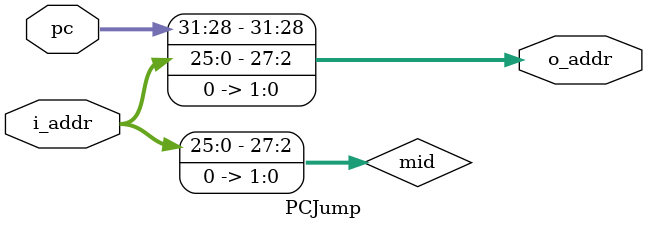
<source format=v>

module PCJump(pc, i_addr, o_addr);
  input [31:0] pc;
  input [25:0] i_addr;
  output reg[31:0] o_addr;
  reg [27:0] mid; // 用于存放中间值
  // 输出地址的前四位来自pc[31:28]，中间26位来自i_addr[27:2], 后两位是0
  always @(i_addr) begin
     mid = i_addr << 2;
     o_addr <= {pc[31:28], mid[27:0]};
  end
endmodule
</source>
